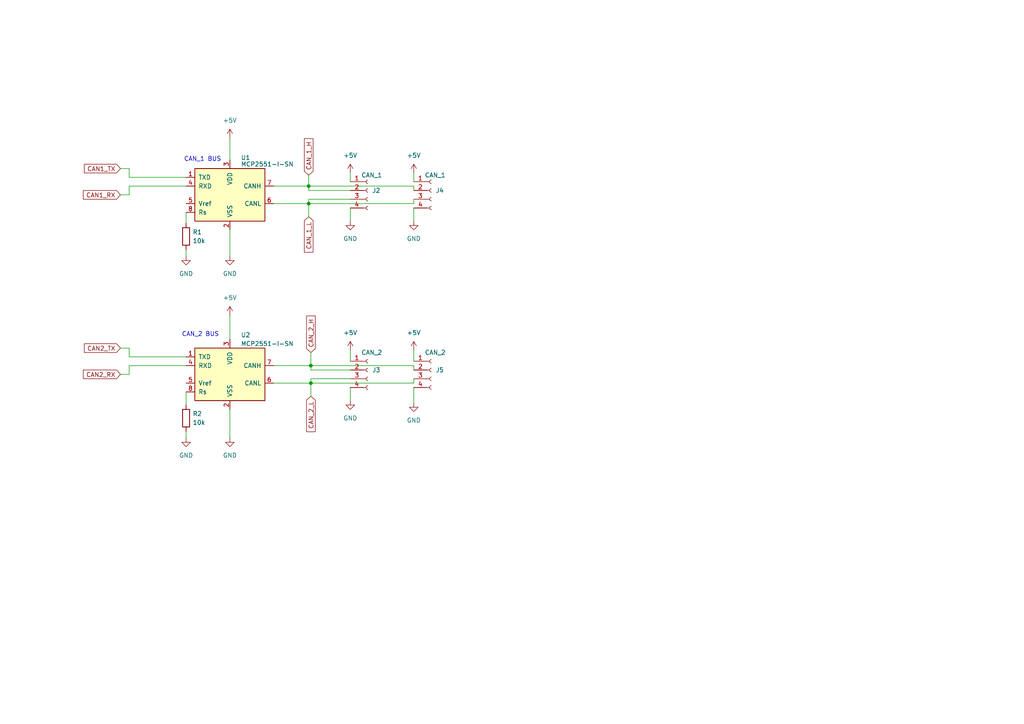
<source format=kicad_sch>
(kicad_sch (version 20211123) (generator eeschema)
  (paper "A4")
  (lib_symbols
    (symbol "Connector:Conn_01x04_Female" (pin_names (offset 1.016) hide)
      (property "Reference" "J" (at 0 5.08 0))
      (property "Value" "Conn_01x04_Female" (at 0 -7.62 0))
      (symbol "Conn_01x04_Female_1_1"
        (arc (start 0 -4.572) (mid -0.508 -5.08) (end 0 -5.588) (stroke (width 0.1524)))
        (arc (start 0 -2.032) (mid -0.508 -2.54) (end 0 -3.048) (stroke (width 0.1524)))
        (polyline (pts (xy -1.27 -5.08) (xy -0.508 -5.08)) (stroke (width 0.1524)))
        (polyline (pts (xy -1.27 -2.54) (xy -0.508 -2.54)) (stroke (width 0.1524)))
        (polyline (pts (xy -1.27 0) (xy -0.508 0)) (stroke (width 0.1524)))
        (polyline (pts (xy -1.27 2.54) (xy -0.508 2.54)) (stroke (width 0.1524)))
        (arc (start 0 0.508) (mid -0.508 0) (end 0 -0.508) (stroke (width 0.1524)))
        (arc (start 0 3.048) (mid -0.508 2.54) (end 0 2.032) (stroke (width 0.1524)))
        (pin passive line (at -5.08 2.54 0) (length 3.81) (name "Pin_1") (number "1"))
        (pin passive line (at -5.08 0 0) (length 3.81) (name "Pin_2") (number "2"))
        (pin passive line (at -5.08 -2.54 0) (length 3.81) (name "Pin_3") (number "3"))
        (pin passive line (at -5.08 -5.08 0) (length 3.81) (name "Pin_4") (number "4"))
      )
    )
    (symbol "Device:R" (pin_numbers hide) (pin_names (offset 0))
      (property "Reference" "R" (at 2.032 0 90))
      (property "Value" "R" (at 0 0 90))
      (symbol "R_0_1"
        (rectangle (start -1.016 -2.54) (end 1.016 2.54) (stroke (width 0.254)))
      )
      (symbol "R_1_1"
        (pin passive line (at 0 3.81 270) (length 1.27) (name "~") (number "1"))
        (pin passive line (at 0 -3.81 90) (length 1.27) (name "~") (number "2"))
      )
    )
    (symbol "Interface_CAN_LIN:MCP2551-I-SN" (pin_names (offset 1.016))
      (property "Reference" "U" (at -10.16 8.89 0))
      (property "Value" "MCP2551-I-SN" (at 2.54 8.89 0))
      (symbol "MCP2551-I-SN_0_1"
        (rectangle (start -10.16 7.62) (end 10.16 -7.62) (stroke (width 0.254)) (fill (type background)))
      )
      (symbol "MCP2551-I-SN_1_1"
        (pin input line (at -12.7 5.08 0) (length 2.54) (name "TXD") (number "1"))
        (pin power_in line (at 0 -10.16 90) (length 2.54) (name "VSS") (number "2"))
        (pin power_in line (at 0 10.16 270) (length 2.54) (name "VDD") (number "3"))
        (pin output line (at -12.7 2.54 0) (length 2.54) (name "RXD") (number "4"))
        (pin power_out line (at -12.7 -2.54 0) (length 2.54) (name "Vref") (number "5"))
        (pin bidirectional line (at 12.7 -2.54 180) (length 2.54) (name "CANL") (number "6"))
        (pin bidirectional line (at 12.7 2.54 180) (length 2.54) (name "CANH") (number "7"))
        (pin input line (at -12.7 -5.08 0) (length 2.54) (name "Rs") (number "8"))
      )
    )
    (symbol "power:+5V" (power) (pin_names (offset 0))
      (property "Value" "+5V" (at 0 3.556 0))
      (symbol "+5V_0_1"
        (polyline (pts (xy -0.762 1.27) (xy 0 2.54)))
        (polyline (pts (xy 0 0) (xy 0 2.54)))
        (polyline (pts (xy 0 2.54) (xy 0.762 1.27)))
      )
      (symbol "+5V_1_1"
        (pin power_in line (at 0 0 90) (length 0) hide (name "+5V") (number "1"))
      )
    )
    (symbol "power:GND" (power) (pin_names (offset 0))
      (property "Value" "GND" (at 0 -3.81 0))
      (symbol "GND_0_1"
        (polyline (pts (xy 0 0) (xy 0 -1.27) (xy 1.27 -1.27) (xy 0 -2.54) (xy -1.27 -1.27) (xy 0 -1.27)))
      )
      (symbol "GND_1_1"
        (pin power_in line (at 0 0 270) (length 0) hide (name "GND") (number "1"))
      )
    )
  )
  (junction (at 89.535 53.975))
  (junction (at 90.17 106.045))
  (junction (at 89.535 59.055))
  (junction (at 90.17 111.125))
  (wire (pts (xy 53.975 106.045) (xy 37.465 106.045)))
  (wire (pts (xy 120.015 101.6) (xy 120.015 104.775)))
  (wire (pts (xy 90.17 111.125) (xy 120.015 111.125)))
  (wire (pts (xy 120.015 107.315) (xy 120.015 106.045)))
  (wire (pts (xy 53.975 103.505) (xy 37.465 103.505)))
  (wire (pts (xy 89.535 53.975) (xy 120.015 53.975)))
  (wire (pts (xy 66.675 66.675) (xy 66.675 74.295)))
  (wire (pts (xy 90.17 109.855) (xy 90.17 111.125)))
  (wire (pts (xy 89.535 59.055) (xy 89.535 62.865)))
  (wire (pts (xy 66.675 91.44) (xy 66.675 98.425)))
  (wire (pts (xy 101.6 55.245) (xy 89.535 55.245)))
  (wire (pts (xy 120.015 60.325) (xy 120.015 64.135)))
  (wire (pts (xy 101.6 50.165) (xy 101.6 52.705)))
  (wire (pts (xy 34.925 56.515) (xy 37.465 56.515)))
  (wire (pts (xy 66.675 118.745) (xy 66.675 127)))
  (wire (pts (xy 37.465 103.505) (xy 37.465 100.965)))
  (wire (pts (xy 37.465 53.975) (xy 53.975 53.975)))
  (wire (pts (xy 90.17 102.235) (xy 90.17 106.045)))
  (wire (pts (xy 66.675 40.005) (xy 66.675 46.355)))
  (wire (pts (xy 101.6 112.395) (xy 101.6 116.205)))
  (wire (pts (xy 89.535 59.055) (xy 120.015 59.055)))
  (wire (pts (xy 89.535 57.785) (xy 89.535 59.055)))
  (wire (pts (xy 120.015 57.785) (xy 120.015 59.055)))
  (wire (pts (xy 53.975 72.39) (xy 53.975 74.295)))
  (wire (pts (xy 79.375 53.975) (xy 89.535 53.975)))
  (wire (pts (xy 101.6 57.785) (xy 89.535 57.785)))
  (wire (pts (xy 37.465 48.895) (xy 37.465 51.435)))
  (wire (pts (xy 34.925 108.585) (xy 37.465 108.585)))
  (wire (pts (xy 53.975 113.665) (xy 53.975 117.475)))
  (wire (pts (xy 89.535 55.245) (xy 89.535 53.975)))
  (wire (pts (xy 101.6 109.855) (xy 90.17 109.855)))
  (wire (pts (xy 101.6 107.315) (xy 90.17 107.315)))
  (wire (pts (xy 79.375 106.045) (xy 90.17 106.045)))
  (wire (pts (xy 34.925 100.965) (xy 37.465 100.965)))
  (wire (pts (xy 53.975 61.595) (xy 53.975 64.77)))
  (wire (pts (xy 101.6 101.6) (xy 101.6 104.775)))
  (wire (pts (xy 120.015 112.395) (xy 120.015 116.84)))
  (wire (pts (xy 90.17 106.045) (xy 90.17 107.315)))
  (wire (pts (xy 79.375 111.125) (xy 90.17 111.125)))
  (wire (pts (xy 120.015 50.165) (xy 120.015 52.705)))
  (wire (pts (xy 120.015 55.245) (xy 120.015 53.975)))
  (wire (pts (xy 89.535 50.8) (xy 89.535 53.975)))
  (wire (pts (xy 120.015 109.855) (xy 120.015 111.125)))
  (wire (pts (xy 90.17 106.045) (xy 120.015 106.045)))
  (wire (pts (xy 37.465 56.515) (xy 37.465 53.975)))
  (wire (pts (xy 34.925 48.895) (xy 37.465 48.895)))
  (wire (pts (xy 90.17 111.125) (xy 90.17 114.935)))
  (wire (pts (xy 37.465 51.435) (xy 53.975 51.435)))
  (wire (pts (xy 53.975 125.095) (xy 53.975 127)))
  (wire (pts (xy 101.6 60.325) (xy 101.6 64.135)))
  (wire (pts (xy 37.465 106.045) (xy 37.465 108.585)))
  (wire (pts (xy 79.375 59.055) (xy 89.535 59.055)))
  (text "CAN_1 BUS" (at 53.34 46.99 0) (effects (font (size 1.27 1.27)) (justify left bottom)))
  (text "CAN_2 BUS" (at 52.705 97.79 0) (effects (font (size 1.27 1.27)) (justify left bottom)))
  (global_label "CAN_2_L" (shape input) (at 90.17 114.935 270) (property "Intersheet References" "${INTERSHEET_REFS}" (effects hide)))
  (global_label "CAN1_TX" (shape input) (at 34.925 48.895 180) (property "Intersheet References" "${INTERSHEET_REFS}" (effects hide)))
  (global_label "CAN_1_H" (shape input) (at 89.535 50.8 90) (property "Intersheet References" "${INTERSHEET_REFS}" (effects hide)))
  (global_label "CAN_1_L" (shape input) (at 89.535 62.865 270) (property "Intersheet References" "${INTERSHEET_REFS}" (effects hide)))
  (global_label "CAN1_RX" (shape input) (at 34.925 56.515 180) (property "Intersheet References" "${INTERSHEET_REFS}" (effects hide)))
  (global_label "CAN_2_H" (shape input) (at 90.17 102.235 90) (property "Intersheet References" "${INTERSHEET_REFS}" (effects hide)))
  (global_label "CAN2_TX" (shape input) (at 34.925 100.965 180) (property "Intersheet References" "${INTERSHEET_REFS}" (effects hide)))
  (global_label "CAN2_RX" (shape input) (at 34.925 108.585 180) (property "Intersheet References" "${INTERSHEET_REFS}" (effects hide)))
  (symbol (lib_id "Device:R") (at 53.975 68.58 0) (unit 1)
    (property "Reference" "R1" (at 55.88 67.3099 0) (effects (justify left)))
    (property "Value" "10k" (at 55.88 69.8499 0) (effects (justify left)))
  )
  (symbol (lib_id "power:GND") (at 120.015 64.135 0) (unit 1)
    (property "Reference" "#PWR07" (effects hide))
    (property "Value" "GND" (at 120.015 69.215 0))
  )
  (symbol (lib_id "power:GND") (at 53.975 74.295 0) (unit 1)
    (property "Reference" "#PWR01" (effects hide))
    (property "Value" "GND" (at 53.975 79.375 0))
  )
  (symbol (lib_id "power:+5V") (at 66.675 91.44 0) (unit 1)
    (property "Reference" "#PWR013" (effects hide))
    (property "Value" "+5V" (at 66.675 86.36 0))
  )
  (symbol (lib_id "Device:R") (at 53.975 121.285 0) (unit 1)
    (property "Reference" "R2" (at 55.88 120.0149 0) (effects (justify left)))
    (property "Value" "10k" (at 55.88 122.5549 0) (effects (justify left)))
  )
  (symbol (lib_id "power:GND") (at 66.675 74.295 0) (unit 1)
    (property "Reference" "#PWR03" (effects hide))
    (property "Value" "GND" (at 66.675 79.375 0))
  )
  (symbol (lib_id "Connector:Conn_01x04_Female") (at 125.095 55.245 0) (unit 1)
    (property "Reference" "J4" (at 126.365 55.2449 0) (effects (justify left)))
    (property "Value" "CAN_1" (at 123.19 50.8 0) (effects (justify left)))
    (property "Footprint" "Connector_Wuerth:Wuerth_WR-WTB_64800411622_1x04_P1.50mm_Vertical" (effects hide))
  )
  (symbol (lib_id "Interface_CAN_LIN:MCP2551-I-SN") (at 66.675 56.515 0) (unit 1)
    (property "Reference" "U1" (at 69.85 45.72 0) (effects (justify left)))
    (property "Value" "MCP2551-I-SN" (at 69.85 47.625 0) (effects (justify left)))
    (property "Footprint" "Package_SO:SOIC-8_3.9x4.9mm_P1.27mm" (effects hide))
    (property "Datasheet" "http://ww1.microchip.com/downloads/en/devicedoc/21667d.pdf" (effects hide))
  )
  (symbol (lib_id "Connector:Conn_01x04_Female") (at 106.68 107.315 0) (unit 1)
    (property "Reference" "J3" (at 107.95 107.3149 0) (effects (justify left)))
    (property "Value" "CAN_2" (at 104.775 102.235 0) (effects (justify left)))
    (property "Footprint" "Connector_Wuerth:Wuerth_WR-WTB_64800411622_1x04_P1.50mm_Vertical" (effects hide))
  )
  (symbol (lib_id "power:GND") (at 120.015 116.84 0) (unit 1)
    (property "Reference" "#PWR08" (effects hide))
    (property "Value" "GND" (at 120.015 121.92 0))
  )
  (symbol (lib_id "Interface_CAN_LIN:MCP2551-I-SN") (at 66.675 108.585 0) (unit 1)
    (property "Reference" "U2" (at 69.85 97.155 0) (effects (justify left)))
    (property "Value" "MCP2551-I-SN" (at 69.85 99.695 0) (effects (justify left)))
    (property "Footprint" "Package_SO:SOIC-8_3.9x4.9mm_P1.27mm" (effects hide))
    (property "Datasheet" "http://ww1.microchip.com/downloads/en/devicedoc/21667d.pdf" (effects hide))
  )
  (symbol (lib_id "power:GND") (at 53.975 127 0) (unit 1)
    (property "Reference" "#PWR02" (effects hide))
    (property "Value" "GND" (at 53.975 132.08 0))
  )
  (symbol (lib_id "power:GND") (at 101.6 64.135 0) (unit 1)
    (property "Reference" "#PWR05" (effects hide))
    (property "Value" "GND" (at 101.6 69.215 0))
  )
  (symbol (lib_id "power:+5V") (at 120.015 50.165 0) (unit 1)
    (property "Reference" "#PWR018" (effects hide))
    (property "Value" "+5V" (at 120.015 45.085 0))
  )
  (symbol (lib_id "power:+5V") (at 101.6 50.165 0) (unit 1)
    (property "Reference" "#PWR015" (effects hide))
    (property "Value" "+5V" (at 101.6 45.085 0))
  )
  (symbol (lib_id "power:GND") (at 66.675 127 0) (unit 1)
    (property "Reference" "#PWR04" (effects hide))
    (property "Value" "GND" (at 66.675 132.08 0))
  )
  (symbol (lib_id "power:+5V") (at 120.015 101.6 0) (unit 1)
    (property "Reference" "#PWR019" (effects hide))
    (property "Value" "+5V" (at 120.015 96.52 0))
  )
  (symbol (lib_id "power:+5V") (at 66.675 40.005 0) (unit 1)
    (property "Reference" "#PWR012" (effects hide))
    (property "Value" "+5V" (at 66.675 34.925 0))
  )
  (symbol (lib_id "power:GND") (at 101.6 116.205 0) (unit 1)
    (property "Reference" "#PWR06" (effects hide))
    (property "Value" "GND" (at 101.6 121.285 0))
  )
  (symbol (lib_id "Connector:Conn_01x04_Female") (at 125.095 107.315 0) (unit 1)
    (property "Reference" "J5" (at 126.365 107.3149 0) (effects (justify left)))
    (property "Value" "CAN_2" (at 123.19 102.235 0) (effects (justify left)))
    (property "Footprint" "Connector_Wuerth:Wuerth_WR-WTB_64800411622_1x04_P1.50mm_Vertical" (effects hide))
  )
  (symbol (lib_id "Connector:Conn_01x04_Female") (at 106.68 55.245 0) (unit 1)
    (property "Reference" "J2" (at 107.95 55.2449 0) (effects (justify left)))
    (property "Value" "CAN_1" (at 104.775 50.8 0) (effects (justify left)))
    (property "Footprint" "Connector_Wuerth:Wuerth_WR-WTB_64800411622_1x04_P1.50mm_Vertical" (effects hide))
  )
  (symbol (lib_id "power:+5V") (at 101.6 101.6 0) (unit 1)
    (property "Reference" "#PWR017" (effects hide))
    (property "Value" "+5V" (at 101.6 96.52 0))
  )
)
</source>
